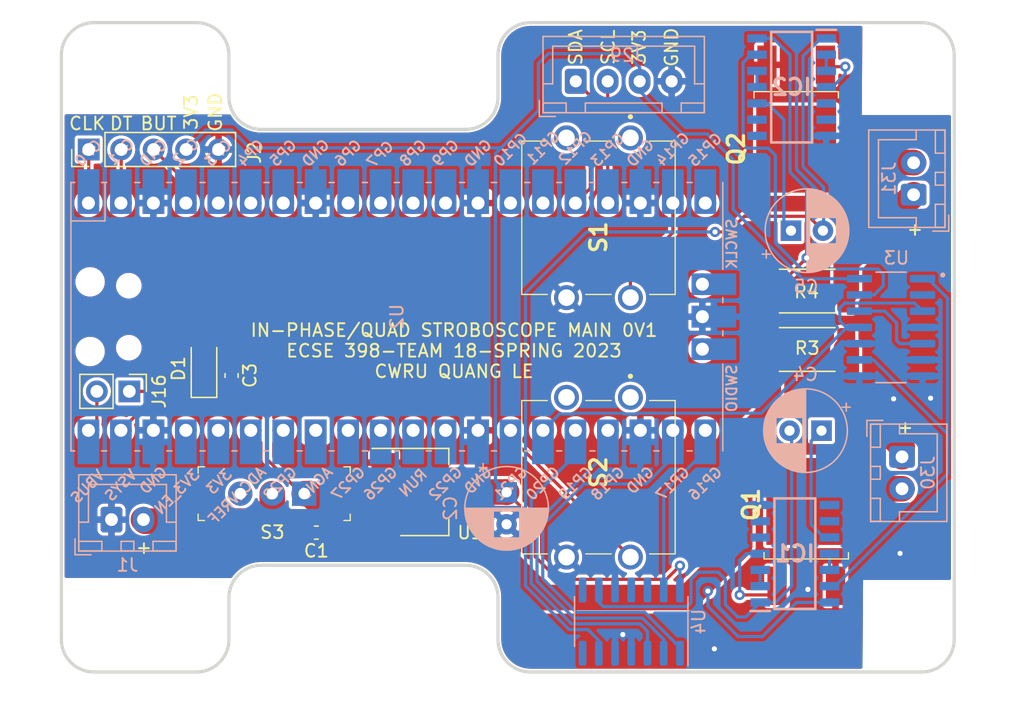
<source format=kicad_pcb>
(kicad_pcb (version 20211014) (generator pcbnew)
  (layers (0 "F.Cu" signal) (31 "B.Cu" signal) (34 "B.Paste" user) (35 "F.Paste" user) (36 "B.SilkS" user "B.Silkscreen") (37 "F.SilkS" user "F.Silkscreen") (38 "B.Mask" user) (39 "F.Mask" user) (44 "Edge.Cuts" user))
  (net 0 "")
  (net 1 "+5V")
  (net 2 "GND")
  (net 3 "+3V3")
  (net 4 "Net-(D1-Pad1)")
  (net 5 "Net-(IC1-Pad2)")
  (net 6 "PULSE_1")
  (net 11 "Net-(IC1-Pad11)")
  (net 12 "QUAD_1")
  (net 13 "Net-(IC2-Pad2)")
  (net 14 "PULSE_2")
  (net 19 "Net-(IC2-Pad11)")
  (net 20 "QUAD_2")
  (net 21 "PWR_IN")
  (net 22 "RE_CLK")
  (net 23 "RE_DT")
  (net 24 "RESET_F_BUTTON")
  (net 25 "Net-(J16-Pad2)")
  (net 26 "OLED_SDA")
  (net 27 "OLED_SCL")
  (net 29 "2X_BUTTON")
  (net 32 "HALF_BUTTON")
  (net 36 "SQUARE_SIG")
  (net 37 "Net-(U3-Pad12)")
  (net 38 "Net-(J30-Pad1)")
  (net 39 "Net-(J30-Pad2)")
  (net 40 "Net-(J31-Pad1)")
  (net 41 "Net-(J31-Pad2)")
  (net 50 "Net-(IC1-Pad10)")
  (net 51 "Net-(IC1-Pad1)")
  (net 65 "Net-(IC2-Pad10)")
  (net 66 "Net-(IC2-Pad1)")
  (net 67 "POT_SDO")
  (net 68 "POT_CS")
  (net 69 "POT_SCK")
  (net 70 "POT_SDI")
  (footprint "Connector_PinHeader_2.54mm:PinHeader_1x02_P2.54mm_Vertical" (layer "F.Cu") (at 86.36 95.631 -90)
    (fp_text reference "J16")
    (fp_text value "VBUS Option")
  )
  (footprint "MountingHole:MountingHole_2.2mm_M2" (layer "F.Cu") (at 146.894051 113.583949)
    (fp_text reference "REF**" hide)
    (fp_text value "MountingHole_2.2mm_M2")
  )
  (footprint "SamacSys_Parts:PTS125SM432LFS" (layer "F.Cu") (at 123.063 81.1735 -90)
    (fp_text reference "S1")
    (fp_text value "PTS125SM85-2_LFS" hide)
  )
  (footprint "MountingHole:MountingHole_2.2mm_M2" (layer "F.Cu") (at 87.599051 113.583949)
    (fp_text reference "REF**" hide)
    (fp_text value "MountingHole_2.2mm_M2")
  )
  (footprint "MountingHole:MountingHole_2.2mm_M2" (layer "F.Cu") (at 87.599051 70.783949)
    (fp_text reference "REF**" hide)
    (fp_text value "MountingHole_2.2mm_M2")
  )
  (footprint "digikey-footprints:Switch_Slide_11.6x4mm_EG1218" (layer "F.Cu") (at 100.043 103.632 180)
    (fp_text reference "S3")
    (fp_text value "ON/OFF SW")
  )
  (footprint "Diode_SMD:D_SOD-123" (layer "F.Cu") (at 92.202 93.854 90)
    (fp_text reference "D1")
    (fp_text value "MBR120")
  )
  (footprint "AOD508:AOD508" (layer "F.Cu") (at 138.5316 78.1812 180)
    (fp_text reference "Q2")
    (fp_text value "AOD508" hide)
  )
  (footprint "AOD508:AOD508" (layer "F.Cu") (at 139.319 102.743)
    (fp_text reference "Q1")
    (fp_text value "AOD508" hide)
  )
  (footprint "Package_TO_SOT_SMD:SOT-223-3_TabPin2" (layer "F.Cu") (at 109.449 103.505)
    (fp_text reference "U1")
    (fp_text value "AMS1117-3.3")
  )
  (footprint "Connector_PinHeader_2.54mm:PinHeader_1x05_P2.54mm_Vertical" (layer "F.Cu") (at 83.185 76.708 90)
    (fp_text reference "J2")
    (fp_text value "Rotary Encoder")
  )
  (footprint "Resistor_SMD:R_2512_6332Metric_Pad1.40x3.35mm_HandSolder" (layer "F.Cu") (at 139.3952 87.7824)
    (fp_text reference "R4")
    (fp_text value "4.7")
  )
  (footprint "Capacitor_SMD:C_0603_1608Metric_Pad1.08x0.95mm_HandSolder" (layer "F.Cu") (at 94.361 94.3875 -90)
    (fp_text reference "C3")
    (fp_text value "47u")
  )
  (footprint "MountingHole:MountingHole_2.2mm_M2" (layer "F.Cu") (at 146.894051 70.783949)
    (fp_text reference "REF**" hide)
    (fp_text value "MountingHole_2.2mm_M2")
  )
  (footprint "SamacSys_Parts:PTS125SM432LFS" (layer "F.Cu") (at 123.063 101.473 -90)
    (fp_text reference "S2")
    (fp_text value "PTS125SM85-2_LFS" hide)
  )
  (footprint "Resistor_SMD:R_2512_6332Metric_Pad1.40x3.35mm_HandSolder" (layer "F.Cu") (at 139.3952 92.3544)
    (fp_text reference "R3")
    (fp_text value "6.8")
  )
  (footprint "Capacitor_SMD:C_0603_1608Metric_Pad1.08x0.95mm_HandSolder" (layer "F.Cu") (at 100.9915 106.68 180)
    (fp_text reference "C1")
    (fp_text value "10uF")
  )
  (footprint "CD74HCU04M96:SOIC127P600X175-14N" (layer "B.Cu") (at 138.176 71.8312 180)
    (fp_text reference "IC2")
    (fp_text value "CD74HCU04M96" hide)
  )
  (footprint "CD4013BM:SOIC127P600X175-14N" (layer "B.Cu") (at 145.9484 90.6272 180)
    (fp_text reference "U3")
    (fp_text value "CD4013BM")
  )
  (footprint "Package_SO:SOIC-14_3.9x8.7mm_P1.27mm" (layer "B.Cu") (at 125.6284 113.6396 90)
    (fp_text reference "U4")
    (fp_text value "MCP4251-xxxx-SL")
  )
  (footprint "Connector_JST:JST_XH_B2B-XH-A_1x02_P2.50mm_Vertical" (layer "B.Cu") (at 84.963 105.664)
    (fp_text reference "J1")
    (fp_text value "PWR")
  )
  (footprint "Capacitor_THT:CP_Radial_D6.3mm_P2.50mm" (layer "B.Cu") (at 115.8748 103.5304 -90)
    (fp_text reference "C2")
    (fp_text value "50uF")
  )
  (footprint "Connector_JST:JST_XH_B4B-XH-A_1x04_P2.50mm_Vertical" (layer "B.Cu") (at 121.285 71.374)
    (fp_text reference "J29")
    (fp_text value "OLED Display")
  )
  (footprint "Connector_JST:JST_XH_B2B-XH-A_1x02_P2.50mm_Vertical" (layer "B.Cu") (at 146.812 100.751 -90)
    (fp_text reference "J30")
    (fp_text value "Red_LED_Conn")
  )
  (footprint "Capacitor_THT:CP_Radial_D6.3mm_P2.50mm" (layer "B.Cu") (at 140.5128 98.7044 180)
    (fp_text reference "C4")
    (fp_text value "1u")
  )
  (footprint "Capacitor_THT:CP_Radial_D6.3mm_P2.50mm" (layer "B.Cu") (at 138.1252 83.058)
    (fp_text reference "C5")
    (fp_text value "1u")
  )
  (footprint "Connector_JST:JST_XH_B2B-XH-A_1x02_P2.50mm_Vertical" (layer "B.Cu") (at 147.718 80.244 90)
    (fp_text reference "J31")
    (fp_text value "Blue_LED_Conn")
  )
  (footprint "CD74HCU04M96:SOIC127P600X175-14N" (layer "B.Cu") (at 138.43 108.331)
    (fp_text reference "IC1")
    (fp_text value "CD74HCU04M96" hide)
  )
  (footprint "MCU_RaspberryPi_and_Boards:RPi_Pico_SMD_TH" (layer "B.Cu") (at 107.291 89.789 -90)
    (fp_text reference "U2")
    (fp_text value "Pico")
  )
  (gr_arc (start 112.664051 109.233949) (mid 114.460102 109.977898) (end 115.204051 111.773949) (layer "Edge.Cuts") (width 0.25))
  (gr_line (start 94.154051 69.323949) (end 94.154051 72.593949) (layer "Edge.Cuts") (width 0.25))
  (gr_arc (start 150.894051 115.043949) (mid 150.150102 116.84) (end 148.354051 117.583949) (layer "Edge.Cuts") (width 0.25))
  (gr_line (start 81.044051 69.323949) (end 81.044051 115.043949) (layer "Edge.Cuts") (width 0.25))
  (gr_arc (start 83.584051 117.583949) (mid 81.788 116.84) (end 81.044051 115.043949) (layer "Edge.Cuts") (width 0.25))
  (gr_line (start 112.664051 75.133949) (end 96.694051 75.133949) (layer "Edge.Cuts") (width 0.25))
  (gr_arc (start 91.614051 66.783949) (mid 93.410102 67.527898) (end 94.154051 69.323949) (layer "Edge.Cuts") (width 0.25))
  (gr_line (start 115.204051 69.323949) (end 115.204051 72.593949) (layer "Edge.Cuts") (width 0.25))
  (gr_line (start 115.204051 115.043949) (end 115.204051 111.773949) (layer "Edge.Cuts") (width 0.25))
  (gr_arc (start 115.204051 69.323949) (mid 115.948 67.527898) (end 117.744051 66.783949) (layer "Edge.Cuts") (width 0.25))
  (gr_arc (start 94.154051 111.773949) (mid 94.898 109.977898) (end 96.694051 109.233949) (layer "Edge.Cuts") (width 0.25))
  (gr_arc (start 117.744051 117.583949) (mid 115.948 116.84) (end 115.204051 115.043949) (layer "Edge.Cuts") (width 0.25))
  (gr_line (start 83.584051 66.783949) (end 91.614051 66.783949) (layer "Edge.Cuts") (width 0.25))
  (gr_line (start 150.894051 69.323949) (end 150.894051 115.043949) (layer "Edge.Cuts") (width 0.25))
  (gr_line (start 83.584051 117.583949) (end 91.614051 117.583949) (layer "Edge.Cuts") (width 0.25))
  (gr_line (start 148.354051 66.783949) (end 117.744051 66.783949) (layer "Edge.Cuts") (width 0.25))
  (gr_arc (start 148.354051 66.783949) (mid 150.150102 67.527898) (end 150.894051 69.323949) (layer "Edge.Cuts") (width 0.25))
  (gr_arc (start 94.154051 115.043949) (mid 93.410102 116.84) (end 91.614051 117.583949) (layer "Edge.Cuts") (width 0.25))
  (gr_line (start 112.664051 109.233949) (end 96.694051 109.233949) (layer "Edge.Cuts") (width 0.25))
  (gr_line (start 148.354051 117.583949) (end 117.744051 117.583949) (layer "Edge.Cuts") (width 0.25))
  (gr_arc (start 96.694051 75.133949) (mid 94.898 74.39) (end 94.154051 72.593949) (layer "Edge.Cuts") (width 0.25))
  (gr_arc (start 81.044051 69.323949) (mid 81.788 67.527898) (end 83.584051 66.783949) (layer "Edge.Cuts") (width 0.25))
  (gr_line (start 94.154051 115.043949) (end 94.154051 111.773949) (layer "Edge.Cuts") (width 0.25))
  (gr_arc (start 115.204051 72.593949) (mid 114.460102 74.39) (end 112.664051 75.133949) (layer "Edge.Cuts") (width 0.25))
  (gr_text "3V3" (at 126.238 68.707 90) (layer "F.SilkS") (effects (font (size 1 1))))
  (gr_text "+" (at 147.066 98.425) (layer "F.SilkS") (effects (font (size 1 1))))
  (gr_text "IN-PHASE/QUAD STROBOSCOPE MAIN 0V1\nECSE 398-TEAM 18-SPRING 2023\nCWRU QUANG LE" (at 111.76 92.456) (layer "F.SilkS") (effects (font (size 1 1))))
  (gr_text "+" (at 87.503 107.823) (layer "F.SilkS") (effects (font (size 1 1))))
  (gr_text "SDA" (at 121.285 68.707 90) (layer "F.SilkS") (effects (font (size 1 1))))
  (gr_text "+" (at 147.828 82.931) (layer "F.SilkS") (effects (font (size 1 1))))
  (gr_text "GND" (at 128.778 68.707 90) (layer "F.SilkS") (effects (font (size 1 1))))
  (gr_text "3V3" (at 91.186 73.787 90) (layer "F.SilkS") (effects (font (size 1 1))))
  (gr_text "BUT" (at 88.646 74.676) (layer "F.SilkS") (effects (font (size 1 1))))
  (gr_text "SCL" (at 123.825 68.707 90) (layer "F.SilkS") (effects (font (size 1 1))))
  (gr_text "DT" (at 85.725 74.676) (layer "F.SilkS") (effects (font (size 1 1))))
  (gr_text "GND" (at 93.091 73.787 90) (layer "F.SilkS") (effects (font (size 1 1))))
  (gr_text "CLK" (at 83.058 74.676) (layer "F.SilkS") (effects (font (size 1 1))))
  (segment (start 97.155 100.965) (end 99.822 103.632) (width 0.25) (layer "F.Cu") (net 1))
  (segment (start 102.616 105.791) (end 106.285 105.791) (width 2) (layer "F.Cu") (net 1))
  (segment (start 136.3452 92.3544) (end 136.3452 87.7824) (width 2) (layer "F.Cu") (net 1))
  (segment (start 92.202 92.204) (end 92.073 92.204) (width 0.25) (layer "F.Cu") (net 1))
  (segment (start 130.048 111.76) (end 134.112 107.696) (width 2) (layer "F.Cu") (net 1))
  (segment (start 136.3452 97.4344) (end 136.3452 92.3544) (width 2) (layer "F.Cu") (net 1))
  (segment (start 94.361 93.472) (end 93.093 92.204) (width 0.25) (layer "F.Cu") (net 1))
  (segment (start 134.112 107.696) (end 134.112 99.6676) (width 2) (layer "F.Cu") (net 1))
  (segment (start 100.457 103.632) (end 102.616 105.791) (width 2) (layer "F.Cu") (net 1))
  (segment (start 94.361 93.525) (end 94.361 93.472) (width 0.25) (layer "F.Cu") (net 1))
  (segment (start 109.107 105.805) (end 110.744 107.442) (width 2) (layer "F.Cu") (net 1))
  (segment (start 100.043 103.632) (end 100.457 103.632) (width 2) (layer "F.Cu") (net 1))
  (segment (start 88.646 95.631) (end 86.36 95.631) (width 0.25) (layer "F.Cu") (net 1))
  (segment (start 93.093 92.204) (end 92.202 92.204) (width 0.25) (layer "F.Cu") (net 1))
  (segment (start 106.285 105.791) (end 106.299 105.805) (width 2) (layer "F.Cu") (net 1))
  (segment (start 139.3444 85.1916) (end 136.7536 87.7824) (width 0.25) (layer "F.Cu") (net 1))
  (segment (start 94.361 93.525) (end 97.155 96.319) (width 0.25) (layer "F.Cu") (net 1))
  (segment (start 134.112 99.6676) (end 136.3452 97.4344) (width 2) (layer "F.Cu") (net 1))
  (segment (start 136.7536 87.7824) (end 136.3452 87.7824) (width 0.25) (layer "F.Cu") (net 1))
  (segment (start 97.155 96.319) (end 97.155 100.965) (width 0.25) (layer "F.Cu") (net 1))
  (segment (start 99.822 103.632) (end 100.043 103.632) (width 0.25) (layer "F.Cu") (net 1))
  (segment (start 118.7704 111.76) (end 130.048 111.76) (width 2) (layer "F.Cu") (net 1))
  (segment (start 114.4524 107.442) (end 118.7704 111.76) (width 2) (layer "F.Cu") (net 1))
  (segment (start 110.744 107.442) (end 114.4524 107.442) (width 2) (layer "F.Cu") (net 1))
  (segment (start 106.299 105.805) (end 109.107 105.805) (width 2) (layer "F.Cu") (net 1))
  (segment (start 92.073 92.204) (end 88.646 95.631) (width 0.25) (layer "F.Cu") (net 1))
  (via (at 131.6228 111.252) (size 0.8) (drill 0.4) (layers "F.Cu" "B.Cu") (net 1))
  (via (at 139.3444 85.1916) (size 0.8) (drill 0.4) (layers "F.Cu" "B.Cu") (net 1))
  (segment (start 139.3444 79.7814) (end 138.049 78.486) (width 0.25) (layer "B.Cu") (net 1))
  (segment (start 138.049 69.3166) (end 136.7536 68.0212) (width 0.25) (layer "B.Cu") (net 1))
  (segment (start 138.557 112.141) (end 141.142 112.141) (width 0.25) (layer "B.Cu") (net 1))
  (segment (start 138.049 78.486) (end 138.049 69.3166) (width 0.25) (layer "B.Cu") (net 1))
  (segment (start 135.89 114.808) (end 138.557 112.141) (width 0.25) (layer "B.Cu") (net 1))
  (segment (start 131.6228 112.4458) (end 133.985 114.808) (width 0.25) (layer "B.Cu") (net 1))
  (segment (start 131.6228 111.252) (end 131.6228 112.4458) (width 0.25) (layer "B.Cu") (net 1))
  (segment (start 139.3444 85.1916) (end 139.3444 79.7814) (width 0.25) (layer "B.Cu") (net 1))
  (segment (start 133.985 114.808) (end 135.89 114.808) (width 0.25) (layer "B.Cu") (net 1))
  (segment (start 136.7536 68.0212) (end 135.464 68.0212) (width 0.25) (layer "B.Cu") (net 1))
  (via (at 146.6596 108.3056) (size 0.8) (drill 0.4) (layers "F.Cu" "B.Cu") (net 2))
  (via (at 139.446 111.125) (size 0.8) (drill 0.4) (layers "F.Cu" "B.Cu") (net 2))
  (via (at 132.1308 115.7732) (size 0.8) (drill 0.4) (layers "F.Cu" "B.Cu") (net 2))
  (via (at 149.0472 96.1644) (size 0.8) (drill 0.4) (layers "F.Cu" "B.Cu") (net 2))
  (via (at 124.968 114.6556) (size 0.8) (drill 0.4) (layers "F.Cu" "B.Cu") (net 2))
  (via (at 146.1516 96.2152) (size 0.8) (drill 0.4) (layers "F.Cu" "B.Cu") (net 2))
  (segment (start 119.888 110.3376) (end 118.11 108.5596) (width 0.25) (layer "F.Cu") (net 3))
  (segment (start 115.8494 103.505) (end 115.8748 103.5304) (width 2) (layer "F.Cu") (net 3))
  (segment (start 112.599 103.505) (end 115.8494 103.505) (width 2) (layer "F.Cu") (net 3))
  (segment (start 112.599 103.505) (end 106.299 103.505) (width 2) (layer "F.Cu") (net 3))
  (segment (start 128.3716 110.3376) (end 119.888 110.3376) (width 0.25) (layer "F.Cu") (net 3))
  (segment (start 118.11 108.5596) (end 118.11 105.7656) (width 0.25) (layer "F.Cu") (net 3))
  (segment (start 118.11 105.7656) (end 115.8748 103.5304) (width 0.25) (layer "F.Cu") (net 3))
  (segment (start 129.4384 109.2708) (end 128.3716 110.3376) (width 0.25) (layer "F.Cu") (net 3))
  (via (at 129.4384 109.2708) (size 0.8) (drill 0.4) (layers "F.Cu" "B.Cu") (net 3))
  (segment (start 119.126 69.215) (end 125.222 69.215) (width 0.25) (layer "B.Cu") (net 3))
  (segment (start 115.006489 77.017511) (end 115.006489 102.662089) (width 0.25) (layer "B.Cu") (net 3))
  (segment (start 118.364 73.66) (end 118.364 69.977) (width 0.25) (layer "B.Cu") (net 3))
  (segment (start 126.285 70.278) (end 126.285 71.374) (width 0.25) (layer "B.Cu") (net 3))
  (segment (start 131.572 75.4888) (end 133.604 77.5208) (width 0.25) (layer "B.Cu") (net 3))
  (segment (start 115.006489 102.662089) (end 115.8748 103.5304) (width 0.25) (layer "B.Cu") (net 3))
  (segment (start 92.329 75.184) (end 94.361 75.184) (width 0.25) (layer "B.Cu") (net 3))
  (segment (start 90.805 76.708) (end 92.329 75.184) (width 0.25) (layer "B.Cu") (net 3))
  (segment (start 139.0142 86.8172) (end 143.4734 86.8172) (width 0.25) (layer "B.Cu") (net 3))
  (segment (start 118.364 69.977) (end 119.126 69.215) (width 0.25) (layer "B.Cu") (net 3))
  (segment (start 133.604 77.5208) (end 133.604 81.407) (width 0.25) (layer "B.Cu") (net 3))
  (segment (start 95.758 76.581) (end 115.443 76.581) (width 0.25) (layer "B.Cu") (net 3))
  (segment (start 115.443 76.581) (end 118.364 73.66) (width 0.25) (layer "B.Cu") (net 3))
  (segment (start 126.285 71.374) (end 126.285 72.1322) (width 0.25) (layer "B.Cu") (net 3))
  (segment (start 129.4384 109.2708) (end 129.4384 111.1646) (width 0.25) (layer "B.Cu") (net 3))
  (segment (start 126.285 72.1322) (end 129.6416 75.4888) (width 0.25) (layer "B.Cu") (net 3))
  (segment (start 129.6416 75.4888) (end 131.572 75.4888) (width 0.25) (layer "B.Cu") (net 3))
  (segment (start 125.222 69.215) (end 126.285 70.278) (width 0.25) (layer "B.Cu") (net 3))
  (segment (start 115.443 76.581) (end 115.006489 77.017511) (width 0.25) (layer "B.Cu") (net 3))
  (segment (start 133.604 81.407) (end 139.0142 86.8172) (width 0.25) (layer "B.Cu") (net 3))
  (segment (start 94.361 75.184) (end 95.758 76.581) (width 0.25) (layer "B.Cu") (net 3))
  (segment (start 90.043 95.504) (end 89.027 96.52) (width 0.25) (layer "F.Cu") (net 4))
  (segment (start 92.202 95.504) (end 90.043 95.504) (width 0.25) (layer "F.Cu") (net 4))
  (segment (start 89.027 96.52) (end 87.86 96.52) (width 0.25) (layer "F.Cu") (net 4))
  (segment (start 87.86 96.52) (end 85.701 98.679) (width 0.25) (layer "F.Cu") (net 4))
  (segment (start 135.718 109.601) (end 135.718 110.871) (width 0.25) (layer "B.Cu") (net 5))
  (segment (start 136.3192 111.5568) (end 137.033 110.843) (width 0.25) (layer "F.Cu") (net 6))
  (segment (start 134.112 111.5568) (end 136.3192 111.5568) (width 0.25) (layer "F.Cu") (net 6))
  (via (at 134.112 111.5568) (size 0.8) (drill 0.4) (layers "F.Cu" "B.Cu") (net 6))
  (segment (start 134.112 108.839) (end 134.62 108.331) (width 0.25) (layer "B.Cu") (net 6))
  (segment (start 134.112 111.5568) (end 134.112 108.839) (width 0.25) (layer "B.Cu") (net 6))
  (segment (start 134.62 108.331) (end 135.718 108.331) (width 0.25) (layer "B.Cu") (net 6))
  (segment (start 141.142 109.601) (end 141.142 108.331) (width 0.25) (layer "B.Cu") (net 11))
  (segment (start 141.5795 110.871) (end 141.142 110.871) (width 0.25) (layer "B.Cu") (net 12))
  (segment (start 150.368 88.340581) (end 150.368 99.6188) (width 0.25) (layer "B.Cu") (net 12))
  (segment (start 150.368 102.0825) (end 141.5795 110.871) (width 0.25) (layer "B.Cu") (net 12))
  (segment (start 150.368 98.9584) (end 150.368 99.6188) (width 0.25) (layer "B.Cu") (net 12))
  (segment (start 144.5768 93.1672) (end 150.368 98.9584) (width 0.25) (layer "B.Cu") (net 12))
  (segment (start 148.844619 86.8172) (end 150.368 88.340581) (width 0.25) (layer "B.Cu") (net 12))
  (segment (start 148.4234 86.8172) (end 148.844619 86.8172) (width 0.25) (layer "B.Cu") (net 12))
  (segment (start 143.4734 93.1672) (end 144.5768 93.1672) (width 0.25) (layer "B.Cu") (net 12))
  (segment (start 150.368 99.6188) (end 150.368 102.0825) (width 0.25) (layer "B.Cu") (net 12))
  (segment (start 140.888 70.5612) (end 140.888 69.2912) (width 0.25) (layer "B.Cu") (net 13))
  (segment (start 140.9674 70.231) (end 140.8176 70.0812) (width 0.25) (layer "F.Cu") (net 14))
  (segment (start 142.367 70.231) (end 140.9674 70.231) (width 0.25) (layer "F.Cu") (net 14))
  (via (at 142.367 70.231) (size 0.8) (drill 0.4) (layers "F.Cu" "B.Cu") (net 14))
  (segment (start 141.354522 71.8312) (end 140.888 71.8312) (width 0.25) (layer "B.Cu") (net 14))
  (segment (start 142.367 70.818722) (end 141.354522 71.8312) (width 0.25) (layer "B.Cu") (net 14))
  (segment (start 142.367 70.231) (end 142.367 70.818722) (width 0.25) (layer "B.Cu") (net 14))
  (segment (start 135.464 70.5612) (end 135.464 71.8312) (width 0.25) (layer "B.Cu") (net 19))
  (segment (start 145.3388 86.4616) (end 145.3388 87.376) (width 0.25) (layer "B.Cu") (net 20))
  (segment (start 138.938 86.0552) (end 144.9324 86.0552) (width 0.25) (layer "B.Cu") (net 20))
  (segment (start 145.3388 87.376) (end 144.6276 88.0872) (width 0.25) (layer "B.Cu") (net 20))
  (segment (start 136.3472 76.6064) (end 136.906 77.1652) (width 0.25) (layer "B.Cu") (net 20))
  (segment (start 136.906 84.0232) (end 138.938 86.0552) (width 0.25) (layer "B.Cu") (net 20))
  (segment (start 144.6276 88.0872) (end 143.4734 88.0872) (width 0.25) (layer "B.Cu") (net 20))
  (segment (start 136.906 77.1652) (end 136.906 84.0232) (width 0.25) (layer "B.Cu") (net 20))
  (segment (start 135.464 69.2912) (end 134.997478 69.2912) (width 0.25) (layer "B.Cu") (net 20))
  (segment (start 134.376989 69.911689) (end 134.376989 76.290711) (width 0.25) (layer "B.Cu") (net 20))
  (segment (start 134.376989 76.290711) (end 134.692678 76.6064) (width 0.25) (layer "B.Cu") (net 20))
  (segment (start 134.692678 76.6064) (end 136.3472 76.6064) (width 0.25) (layer "B.Cu") (net 20))
  (segment (start 144.9324 86.0552) (end 145.3388 86.4616) (width 0.25) (layer "B.Cu") (net 20))
  (segment (start 134.997478 69.2912) (end 134.376989 69.911689) (width 0.25) (layer "B.Cu") (net 20))
  (segment (start 87.463 105.664) (end 87.580511 105.781511) (width 2) (layer "F.Cu") (net 21))
  (segment (start 96.402489 105.781511) (end 97.543 104.641) (width 2) (layer "F.Cu") (net 21))
  (segment (start 87.580511 105.781511) (end 96.402489 105.781511) (width 2) (layer "F.Cu") (net 21))
  (segment (start 97.543 104.641) (end 97.543 103.632) (width 2) (layer "F.Cu") (net 21))
  (segment (start 83.185 76.708) (end 83.185 80.875) (width 0.25) (layer "F.Cu") (net 22))
  (segment (start 83.185 80.875) (end 83.161 80.899) (width 0.25) (layer "F.Cu") (net 22))
  (segment (start 85.725 76.708) (end 85.725 80.875) (width 0.25) (layer "F.Cu") (net 23))
  (segment (start 85.725 80.875) (end 85.701 80.899) (width 0.25) (layer "F.Cu") (net 23))
  (segment (start 90.781 79.224) (end 90.781 80.899) (width 0.25) (layer "F.Cu") (net 24))
  (segment (start 88.265 76.708) (end 90.781 79.224) (width 0.25) (layer "F.Cu") (net 24))
  (segment (start 83.82 98.02) (end 83.161 98.679) (width 0.25) (layer "F.Cu") (net 25))
  (segment (start 83.82 95.631) (end 83.82 98.02) (width 0.25) (layer "F.Cu") (net 25))
  (segment (start 122.428 72.517) (end 122.428 79.732) (width 0.25) (layer "F.Cu") (net 26))
  (segment (start 121.285 71.374) (end 122.428 72.517) (width 0.25) (layer "F.Cu") (net 26))
  (segment (start 122.428 79.732) (end 121.261 80.899) (width 0.25) (layer "F.Cu") (net 26))
  (segment (start 123.785 80.883) (end 123.801 80.899) (width 0.25) (layer "F.Cu") (net 27))
  (segment (start 123.785 71.374) (end 123.785 80.883) (width 0.25) (layer "F.Cu") (net 27))
  (segment (start 125.563 88.2985) (end 125.563 86.527) (width 0.25) (layer "F.Cu") (net 29))
  (segment (start 128.881 83.209) (end 128.881 80.899) (width 0.25) (layer "F.Cu") (net 29))
  (segment (start 125.563 86.527) (end 128.881 83.209) (width 0.25) (layer "F.Cu") (net 29))
  (segment (start 116.181 99.216) (end 116.181 98.679) (width 0.25) (layer "F.Cu") (net 32))
  (segment (start 125.563 108.598) (end 116.181 99.216) (width 0.25) (layer "F.Cu") (net 32))
  (segment (start 148.4234 89.3572) (end 147.7884 88.7222) (width 0.25) (layer "B.Cu") (net 36))
  (segment (start 120.002489 97.397511) (end 118.721 98.679) (width 0.25) (layer "B.Cu") (net 36))
  (segment (start 143.4734 90.6272) (end 142.494 90.6272) (width 0.25) (layer "B.Cu") (net 36))
  (segment (start 121.165987 97.3328) (end 121.101276 97.397511) (width 0.25) (layer "B.Cu") (net 36))
  (segment (start 121.101276 97.397511) (end 120.002489 97.397511) (width 0.25) (layer "B.Cu") (net 36))
  (segment (start 147.7884 88.7222) (end 142.3274 88.7222) (width 0.25) (layer "B.Cu") (net 36))
  (segment (start 142.494 90.6272) (end 135.7884 97.3328) (width 0.25) (layer "B.Cu") (net 36))
  (segment (start 142.4544 90.6272) (end 143.4734 90.6272) (width 0.25) (layer "B.Cu") (net 36))
  (segment (start 124.960013 97.3328) (end 121.165987 97.3328) (width 0.25) (layer "B.Cu") (net 36))
  (segment (start 142.3274 88.7222) (end 141.9464 89.1032) (width 0.25) (layer "B.Cu") (net 36))
  (segment (start 141.9464 90.1192) (end 142.4544 90.6272) (width 0.25) (layer "B.Cu") (net 36))
  (segment (start 125.024724 97.397511) (end 124.960013 97.3328) (width 0.25) (layer "B.Cu") (net 36))
  (segment (start 126.101276 97.397511) (end 125.024724 97.397511) (width 0.25) (layer "B.Cu") (net 36))
  (segment (start 141.9464 89.1032) (end 141.9464 90.1192) (width 0.25) (layer "B.Cu") (net 36))
  (segment (start 126.165987 97.3328) (end 126.101276 97.397511) (width 0.25) (layer "B.Cu") (net 36))
  (segment (start 135.7884 97.3328) (end 126.165987 97.3328) (width 0.25) (layer "B.Cu") (net 36))
  (segment (start 146.3914 90.286419) (end 146.3914 91.6432) (width 0.25) (layer "B.Cu") (net 37))
  (segment (start 146.6454 91.8972) (end 148.4234 91.8972) (width 0.25) (layer "B.Cu") (net 37))
  (segment (start 143.4734 89.3572) (end 145.462181 89.3572) (width 0.25) (layer "B.Cu") (net 37))
  (segment (start 146.3914 91.6432) (end 146.6454 91.8972) (width 0.25) (layer "B.Cu") (net 37))
  (segment (start 145.462181 89.3572) (end 146.3914 90.286419) (width 0.25) (layer "B.Cu") (net 37))
  (segment (start 145.034 98.1456) (end 142.4452 95.5568) (width 2) (layer "F.Cu") (net 38))
  (segment (start 146.812 99.949) (end 145.034 98.171) (width 2) (layer "F.Cu") (net 38))
  (segment (start 146.812 100.751) (end 146.812 99.949) (width 2) (layer "F.Cu") (net 38))
  (segment (start 142.4452 95.5568) (end 142.4452 92.3544) (width 2) (layer "F.Cu") (net 38))
  (segment (start 145.034 98.171) (end 145.034 98.1456) (width 2) (layer "F.Cu") (net 38))
  (segment (start 146.812 103.251) (end 140.311 103.251) (width 2) (layer "F.Cu") (net 39))
  (segment (start 140.311 103.251) (end 139.319 104.243) (width 2) (layer "F.Cu") (net 39))
  (segment (start 147.718 80.244) (end 142.4452 85.5168) (width 2) (layer "F.Cu") (net 40))
  (segment (start 142.4452 85.5168) (end 142.4452 87.7824) (width 2) (layer "F.Cu") (net 40))
  (segment (start 139.5744 77.724) (end 147.698 77.724) (width 2) (layer "F.Cu") (net 41))
  (segment (start 147.698 77.724) (end 147.718 77.744) (width 2) (layer "F.Cu") (net 41))
  (segment (start 138.5316 76.6812) (end 139.5744 77.724) (width 2) (layer "F.Cu") (net 41))
  (segment (start 139.7 99.5172) (end 140.5128 98.7044) (width 0.25) (layer "B.Cu") (net 50))
  (segment (start 141.142 107.061) (end 140.7045 107.061) (width 0.25) (layer "B.Cu") (net 50))
  (segment (start 139.7 106.0565) (end 139.7 99.5172) (width 0.25) (layer "B.Cu") (net 50))
  (segment (start 140.7045 107.061) (end 139.7 106.0565) (width 0.25) (layer "B.Cu") (net 50))
  (segment (start 138.176 110.871) (end 138.176 98.8676) (width 0.25) (layer "B.Cu") (net 51))
  (segment (start 129.9972 112.4712) (end 130.302 112.1664) (width 0.25) (layer "B.Cu") (net 51))
  (segment (start 123.0884 111.1646) (end 123.0884 112.1156) (width 0.25) (layer "B.Cu") (net 51))
  (segment (start 132.9944 112.3188) (end 133.9596 113.284) (width 0.25) (layer "B.Cu") (net 51))
  (segment (start 136.906 112.141) (end 138.176 110.871) (width 0.25) (layer "B.Cu") (net 51))
  (segment (start 130.302 112.1664) (end 130.302 110.3376) (width 0.25) (layer "B.Cu") (net 51))
  (segment (start 138.176 98.8676) (end 138.0128 98.7044) (width 0.25) (layer "B.Cu") (net 51))
  (segment (start 132.4356 109.7788) (end 132.9944 110.3376) (width 0.25) (layer "B.Cu") (net 51))
  (segment (start 123.444 112.4712) (end 129.9972 112.4712) (width 0.25) (layer "B.Cu") (net 51))
  (segment (start 130.8608 109.7788) (end 132.4356 109.7788) (width 0.25) (layer "B.Cu") (net 51))
  (segment (start 132.9944 110.3376) (end 132.9944 112.3188) (width 0.25) (layer "B.Cu") (net 51))
  (segment (start 123.0884 112.1156) (end 123.444 112.4712) (width 0.25) (layer "B.Cu") (net 51))
  (segment (start 135.718 112.141) (end 136.906 112.141) (width 0.25) (layer "B.Cu") (net 51))
  (segment (start 130.302 110.3376) (end 130.8608 109.7788) (width 0.25) (layer "B.Cu") (net 51))
  (segment (start 133.9596 113.284) (end 134.575 113.284) (width 0.25) (layer "B.Cu") (net 51))
  (segment (start 134.575 113.284) (end 135.718 112.141) (width 0.25) (layer "B.Cu") (net 51))
  (segment (start 136.2964 73.1012) (end 137.5664 74.3712) (width 0.25) (layer "B.Cu") (net 65))
  (segment (start 137.5664 74.3712) (end 137.5664 82.4992) (width 0.25) (layer "B.Cu") (net 65))
  (segment (start 137.5664 82.4992) (end 138.1252 83.058) (width 0.25) (layer "B.Cu") (net 65))
  (segment (start 135.464 73.1012) (end 136.2964 73.1012) (width 0.25) (layer "B.Cu") (net 65))
  (segment (start 134.474511 81.933489) (end 139.500689 81.933489) (width 0.25) (layer "F.Cu") (net 66))
  (segment (start 132.1816 83.1596) (end 133.2484 83.1596) (width 0.25) (layer "F.Cu") (net 66))
  (segment (start 133.2484 83.1596) (end 134.474511 81.933489) (width 0.25) (layer "F.Cu") (net 66))
  (segment (start 139.500689 81.933489) (end 140.6252 83.058) (width 0.25) (layer "F.Cu") (net 66))
  (via (at 132.1816 83.1596) (size 0.8) (drill 0.4) (layers "F.Cu" "B.Cu") (net 66))
  (segment (start 140.676 79.6652) (end 140.676 83.0072) (width 0.25) (layer "B.Cu") (net 66))
  (segment (start 117.355511 87.927289) (end 122.1232 83.1596) (width 0.25) (layer "B.Cu") (net 66))
  (segment (start 139.065 69.4067) (end 139.065 78.0542) (width 0.25) (layer "B.Cu") (net 66))
  (segment (start 117.355511 110.853111) (end 117.355511 87.927289) (width 0.25) (layer "B.Cu") (net 66))
  (segment (start 123.0884 115.1128) (end 122.24488 114.26928) (width 0.25) (layer "B.Cu") (net 66))
  (segment (start 140.888 68.0212) (end 140.4505 68.0212) (width 0.25) (layer "B.Cu") (net 66))
  (segment (start 123.0884 116.1146) (end 123.0884 115.1128) (width 0.25) (layer "B.Cu") (net 66))
  (segment (start 122.1232 83.1596) (end 132.1816 83.1596) (width 0.25) (layer "B.Cu") (net 66))
  (segment (start 122.24488 114.26928) (end 120.77168 114.26928) (width 0.25) (layer "B.Cu") (net 66))
  (segment (start 139.065 78.0542) (end 140.676 79.6652) (width 0.25) (layer "B.Cu") (net 66))
  (segment (start 140.4505 68.0212) (end 139.065 69.4067) (width 0.25) (layer "B.Cu") (net 66))
  (segment (start 140.676 83.0072) (end 140.6252 83.058) (width 0.25) (layer "B.Cu") (net 66))
  (segment (start 120.77168 114.26928) (end 117.355511 110.853111) (width 0.25) (layer "B.Cu") (net 66))
  (segment (start 131.421 100.288022) (end 131.421 98.679) (width 0.25) (layer "B.Cu") (net 67))
  (segment (start 128.1684 103.540622) (end 131.421 100.288022) (width 0.25) (layer "B.Cu") (net 67))
  (segment (start 128.1684 111.1646) (end 128.1684 103.540622) (width 0.25) (layer "B.Cu") (net 67))
  (segment (start 129.4384 116.1146) (end 129.4384 115.670164) (width 0.25) (layer "B.Cu") (net 68))
  (segment (start 118.704071 110.294517) (end 118.704071 106.085929) (width 0.25) (layer "B.Cu") (net 68))
  (segment (start 128.881 100.7858) (end 128.881 98.679) (width 0.25) (layer "B.Cu") (net 68))
  (segment (start 121.330274 112.92072) (end 118.704071 110.294517) (width 0.25) (layer "B.Cu") (net 68))
  (segment (start 126.688956 112.92072) (end 121.330274 112.92072) (width 0.25) (layer "B.Cu") (net 68))
  (segment (start 118.704071 106.085929) (end 121.92 102.87) (width 0.25) (layer "B.Cu") (net 68))
  (segment (start 126.7968 102.87) (end 128.881 100.7858) (width 0.25) (layer "B.Cu") (net 68))
  (segment (start 129.4384 115.670164) (end 126.688956 112.92072) (width 0.25) (layer "B.Cu") (net 68))
  (segment (start 121.92 102.87) (end 126.7968 102.87) (width 0.25) (layer "B.Cu") (net 68))
  (segment (start 123.801 100.3286) (end 123.801 98.679) (width 0.25) (layer "B.Cu") (net 69))
  (segment (start 128.1684 115.035882) (end 126.502758 113.37024) (width 0.25) (layer "B.Cu") (net 69))
  (segment (start 121.144076 113.37024) (end 118.254551 110.480715) (width 0.25) (layer "B.Cu") (net 69))
  (segment (start 118.254551 105.875049) (end 123.801 100.3286) (width 0.25) (layer "B.Cu") (net 69))
  (segment (start 118.254551 110.480715) (end 118.254551 105.875049) (width 0.25) (layer "B.Cu") (net 69))
  (segment (start 128.1684 116.1146) (end 128.1684 115.035882) (width 0.25) (layer "B.Cu") (net 69))
  (segment (start 126.502758 113.37024) (end 121.144076 113.37024) (width 0.25) (layer "B.Cu") (net 69))
  (segment (start 121.261 100.5826) (end 117.805031 104.038569) (width 0.25) (layer "B.Cu") (net 70))
  (segment (start 126.8984 114.4016) (end 126.8984 116.1146) (width 0.25) (layer "B.Cu") (net 70))
  (segment (start 117.805031 104.038569) (end 117.805031 110.666913) (width 0.25) (layer "B.Cu") (net 70))
  (segment (start 117.805031 110.666913) (end 120.957878 113.81976) (width 0.25) (layer "B.Cu") (net 70))
  (segment (start 121.261 98.679) (end 121.261 100.5826) (width 0.25) (layer "B.Cu") (net 70))
  (segment (start 120.957878 113.81976) (end 126.31656 113.81976) (width 0.25) (layer "B.Cu") (net 70))
  (segment (start 126.31656 113.81976) (end 126.8984 114.4016) (width 0.25) (layer "B.Cu") (net 70))
  (zone (net 0) (net_name "") (layers F&B.Cu) (connect_pads (clearance 0)) (min_thickness 0.254)
    (keepout (tracks not_allowed) (vias not_allowed) (pads allowed) (copperpour not_allowed) (footprints allowed))
    (fill (thermal_gap 0.508) (thermal_bridge_width 0.508))
    (polygon (pts (xy 151.4856 74.0156) (xy 143.6624 74.0156) (xy 143.7132 66.1924) (xy 151.4856 66.1924)))
  )
  (zone (net 0) (net_name "") (layers F&B.Cu) (connect_pads (clearance 0)) (min_thickness 0.254)
    (keepout (tracks not_allowed) (vias not_allowed) (pads allowed) (copperpour not_allowed) (footprints allowed))
    (fill (thermal_gap 0.508) (thermal_bridge_width 0.508))
    (polygon (pts (xy 96.519526 73.966436) (xy 78.810774 73.950227) (xy 78.862816 65.012315) (xy 96.520768 65.028524)))
  )
  (zone (net 2) (net_name "GND") (layers F&B.Cu) (connect_pads (clearance 0.254)) (min_thickness 0.254) (fill yes (thermal_gap 0.254) (thermal_bridge_width 0.508))
    (polygon (pts (xy 153.416 65.405) (xy 153.416 120.523) (xy 79.375 120.65) (xy 79.502 65.405) (xy 79.502 65.024)))
  )
  (zone (net 0) (net_name "") (layers F&B.Cu) (connect_pads (clearance 0)) (min_thickness 0.254)
    (keepout (tracks not_allowed) (vias not_allowed) (pads allowed) (copperpour not_allowed) (footprints allowed))
    (fill (thermal_gap 0.508) (thermal_bridge_width 0.508))
    (polygon (pts (xy 151.5364 118.2116) (xy 143.7132 118.2116) (xy 143.764 110.3884) (xy 151.5364 110.3884)))
  )
  (zone (net 0) (net_name "") (layers F&B.Cu) (connect_pads (clearance 0)) (min_thickness 0.254)
    (keepout (tracks not_allowed) (vias not_allowed) (pads allowed) (copperpour not_allowed) (footprints allowed))
    (fill (thermal_gap 0.508) (thermal_bridge_width 0.508))
    (polygon (pts (xy 98.346602 119.1768) (xy 80.63785 119.160591) (xy 80.689892 110.222679) (xy 98.347844 110.238888)))
  )
)
</source>
